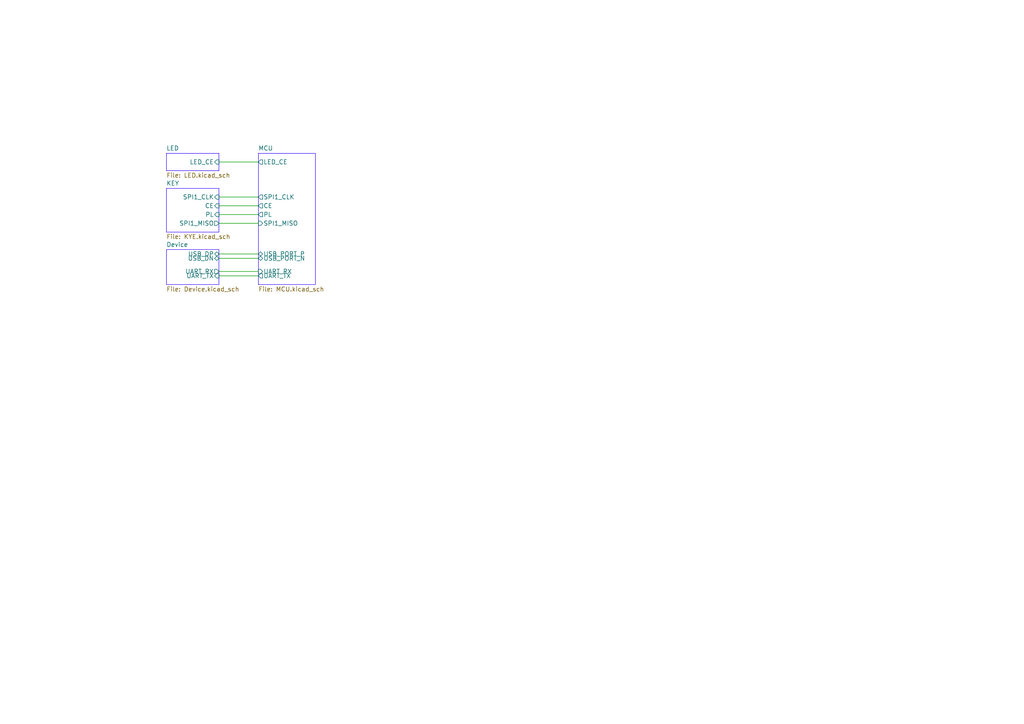
<source format=kicad_sch>
(kicad_sch
	(version 20231120)
	(generator "eeschema")
	(generator_version "8.0")
	(uuid "241a990a-4472-4769-ab02-cee073c97173")
	(paper "A4")
	(lib_symbols)
	(wire
		(pts
			(xy 63.5 80.01) (xy 74.93 80.01)
		)
		(stroke
			(width 0)
			(type default)
		)
		(uuid "32e0d6a2-8020-4db0-8a78-32899df809f9")
	)
	(wire
		(pts
			(xy 63.5 57.15) (xy 74.93 57.15)
		)
		(stroke
			(width 0)
			(type default)
		)
		(uuid "52da53b9-0fb4-4932-8d6f-c57d84540d71")
	)
	(wire
		(pts
			(xy 63.5 73.66) (xy 74.93 73.66)
		)
		(stroke
			(width 0)
			(type default)
		)
		(uuid "6d2a7376-89d1-4067-9b40-911d19c0a6c9")
	)
	(wire
		(pts
			(xy 63.5 46.99) (xy 74.93 46.99)
		)
		(stroke
			(width 0)
			(type default)
		)
		(uuid "725714c0-d799-4c93-991b-905c5210dced")
	)
	(wire
		(pts
			(xy 63.5 62.23) (xy 74.93 62.23)
		)
		(stroke
			(width 0)
			(type default)
		)
		(uuid "92feebed-2147-49b9-ac0c-b7a17c583fed")
	)
	(wire
		(pts
			(xy 63.5 64.77) (xy 74.93 64.77)
		)
		(stroke
			(width 0)
			(type default)
		)
		(uuid "98c78aa9-0a07-484c-990f-0bd3e8bbcaab")
	)
	(wire
		(pts
			(xy 63.5 59.69) (xy 74.93 59.69)
		)
		(stroke
			(width 0)
			(type default)
		)
		(uuid "b31814b6-7998-4a17-8b1c-be7da4900cf1")
	)
	(wire
		(pts
			(xy 63.5 74.93) (xy 74.93 74.93)
		)
		(stroke
			(width 0)
			(type default)
		)
		(uuid "cf33bc86-1f19-4a0e-9393-6584abd7d5ad")
	)
	(wire
		(pts
			(xy 63.5 78.74) (xy 74.93 78.74)
		)
		(stroke
			(width 0)
			(type default)
		)
		(uuid "d8e3528d-6ca4-4b48-aef8-affec5939094")
	)
	(sheet
		(at 48.26 54.61)
		(size 15.24 12.7)
		(fields_autoplaced yes)
		(stroke
			(width 0.1524)
			(type solid)
			(color 52 0 255 1)
		)
		(fill
			(color 255 255 255 1.0000)
		)
		(uuid "77c23681-96d1-4d2e-b266-559a6336a1b0")
		(property "Sheetname" "KEY"
			(at 48.26 53.8984 0)
			(effects
				(font
					(size 1.27 1.27)
				)
				(justify left bottom)
			)
		)
		(property "Sheetfile" "KYE.kicad_sch"
			(at 48.26 67.8946 0)
			(effects
				(font
					(size 1.27 1.27)
				)
				(justify left top)
			)
		)
		(pin "SPI1_CLK" input
			(at 63.5 57.15 0)
			(effects
				(font
					(size 1.27 1.27)
				)
				(justify right)
			)
			(uuid "c485533e-b8db-4d26-ad71-1efbe103e5bd")
		)
		(pin "CE" input
			(at 63.5 59.69 0)
			(effects
				(font
					(size 1.27 1.27)
				)
				(justify right)
			)
			(uuid "d5f0a038-8221-4d7a-8bca-7a0cd31c7644")
		)
		(pin "PL" input
			(at 63.5 62.23 0)
			(effects
				(font
					(size 1.27 1.27)
				)
				(justify right)
			)
			(uuid "ef73e9e2-6052-4af2-8275-83aa8a20c5cc")
		)
		(pin "SPI1_MISO" output
			(at 63.5 64.77 0)
			(effects
				(font
					(size 1.27 1.27)
				)
				(justify right)
			)
			(uuid "4e71feca-7e5a-4f95-81cc-7544d10aa963")
		)
		(instances
			(project "KeyBoard"
				(path "/241a990a-4472-4769-ab02-cee073c97173"
					(page "2")
				)
			)
		)
	)
	(sheet
		(at 74.93 44.45)
		(size 16.51 38.1)
		(fields_autoplaced yes)
		(stroke
			(width 0.1524)
			(type solid)
			(color 52 0 255 1)
		)
		(fill
			(color 255 255 255 1.0000)
		)
		(uuid "7ce5fb66-2561-4b30-91bd-750c7a0b16af")
		(property "Sheetname" "MCU"
			(at 74.93 43.7384 0)
			(effects
				(font
					(size 1.27 1.27)
				)
				(justify left bottom)
			)
		)
		(property "Sheetfile" "MCU.kicad_sch"
			(at 74.93 83.1346 0)
			(effects
				(font
					(size 1.27 1.27)
				)
				(justify left top)
			)
		)
		(pin "SPI1_MISO" input
			(at 74.93 64.77 180)
			(effects
				(font
					(size 1.27 1.27)
				)
				(justify left)
			)
			(uuid "218109d8-38dd-4aa4-8bca-f1b7df903356")
		)
		(pin "SPI1_CLK" output
			(at 74.93 57.15 180)
			(effects
				(font
					(size 1.27 1.27)
				)
				(justify left)
			)
			(uuid "cfbb7964-6903-4ce4-afad-09435629d5d8")
		)
		(pin "LED_CE" output
			(at 74.93 46.99 180)
			(effects
				(font
					(size 1.27 1.27)
				)
				(justify left)
			)
			(uuid "8365590e-e9e7-4719-8b5e-7873ac1336c2")
		)
		(pin "CE" output
			(at 74.93 59.69 180)
			(effects
				(font
					(size 1.27 1.27)
				)
				(justify left)
			)
			(uuid "396b4c4e-4b07-4212-9a78-fe462a7c3e6f")
		)
		(pin "PL" output
			(at 74.93 62.23 180)
			(effects
				(font
					(size 1.27 1.27)
				)
				(justify left)
			)
			(uuid "7ecbb59f-b709-4466-b83c-68e041affeeb")
		)
		(pin "USB_PORT_P" bidirectional
			(at 74.93 73.66 180)
			(effects
				(font
					(size 1.27 1.27)
				)
				(justify left)
			)
			(uuid "47f46071-239d-4d03-bab6-e7011cbdbb20")
		)
		(pin "USB_PORT_N" bidirectional
			(at 74.93 74.93 180)
			(effects
				(font
					(size 1.27 1.27)
				)
				(justify left)
			)
			(uuid "7367d5fe-ac5d-4ed4-a295-2d7cfd86a094")
		)
		(pin "UART_RX" input
			(at 74.93 78.74 180)
			(effects
				(font
					(size 1.27 1.27)
				)
				(justify left)
			)
			(uuid "50c722d9-038f-41f4-bb31-b64c0ad02196")
		)
		(pin "UART_TX" output
			(at 74.93 80.01 180)
			(effects
				(font
					(size 1.27 1.27)
				)
				(justify left)
			)
			(uuid "ae033d40-cd37-4519-8e9c-4d499301ac09")
		)
		(instances
			(project "KeyBoard"
				(path "/241a990a-4472-4769-ab02-cee073c97173"
					(page "3")
				)
			)
		)
	)
	(sheet
		(at 48.26 72.39)
		(size 15.24 10.16)
		(fields_autoplaced yes)
		(stroke
			(width 0.1524)
			(type solid)
			(color 52 0 255 1)
		)
		(fill
			(color 255 255 255 1.0000)
		)
		(uuid "c39d9c37-d812-43b2-94b9-ccc1b0cc2982")
		(property "Sheetname" "Device"
			(at 48.26 71.6784 0)
			(effects
				(font
					(size 1.27 1.27)
				)
				(justify left bottom)
			)
		)
		(property "Sheetfile" "Device.kicad_sch"
			(at 48.26 83.1346 0)
			(effects
				(font
					(size 1.27 1.27)
				)
				(justify left top)
			)
		)
		(pin "UART_RX" output
			(at 63.5 78.74 0)
			(effects
				(font
					(size 1.27 1.27)
				)
				(justify right)
			)
			(uuid "d671cb97-37ca-454f-8d15-8234b5350d49")
		)
		(pin "UART_TX" input
			(at 63.5 80.01 0)
			(effects
				(font
					(size 1.27 1.27)
				)
				(justify right)
			)
			(uuid "9e04399e-e378-49ca-b56f-b1b024e7318b")
		)
		(pin "USB_DP" bidirectional
			(at 63.5 73.66 0)
			(effects
				(font
					(size 1.27 1.27)
				)
				(justify right)
			)
			(uuid "ad4ff0cd-25e3-4d4f-81cd-e7840d3a9b45")
		)
		(pin "USB_DN" bidirectional
			(at 63.5 74.93 0)
			(effects
				(font
					(size 1.27 1.27)
				)
				(justify right)
			)
			(uuid "1fcf0488-9d83-4b40-a8c4-fc1f62e7472d")
		)
		(instances
			(project "KeyBoard"
				(path "/241a990a-4472-4769-ab02-cee073c97173"
					(page "5")
				)
			)
		)
	)
	(sheet
		(at 48.26 44.45)
		(size 15.24 5.08)
		(fields_autoplaced yes)
		(stroke
			(width 0.1524)
			(type solid)
			(color 52 0 255 1)
		)
		(fill
			(color 255 255 255 1.0000)
		)
		(uuid "c69efa6e-61e7-4a30-91d1-43cd750b7d81")
		(property "Sheetname" "LED"
			(at 48.26 43.7384 0)
			(effects
				(font
					(size 1.27 1.27)
				)
				(justify left bottom)
			)
		)
		(property "Sheetfile" "LED.kicad_sch"
			(at 48.26 50.1146 0)
			(effects
				(font
					(size 1.27 1.27)
				)
				(justify left top)
			)
		)
		(pin "LED_CE" input
			(at 63.5 46.99 0)
			(effects
				(font
					(size 1.27 1.27)
				)
				(justify right)
			)
			(uuid "9fc56273-ab8d-4cfd-8c05-d9633737f746")
		)
		(instances
			(project "KeyBoard"
				(path "/241a990a-4472-4769-ab02-cee073c97173"
					(page "4")
				)
			)
		)
	)
	(sheet_instances
		(path "/"
			(page "1")
		)
	)
)

</source>
